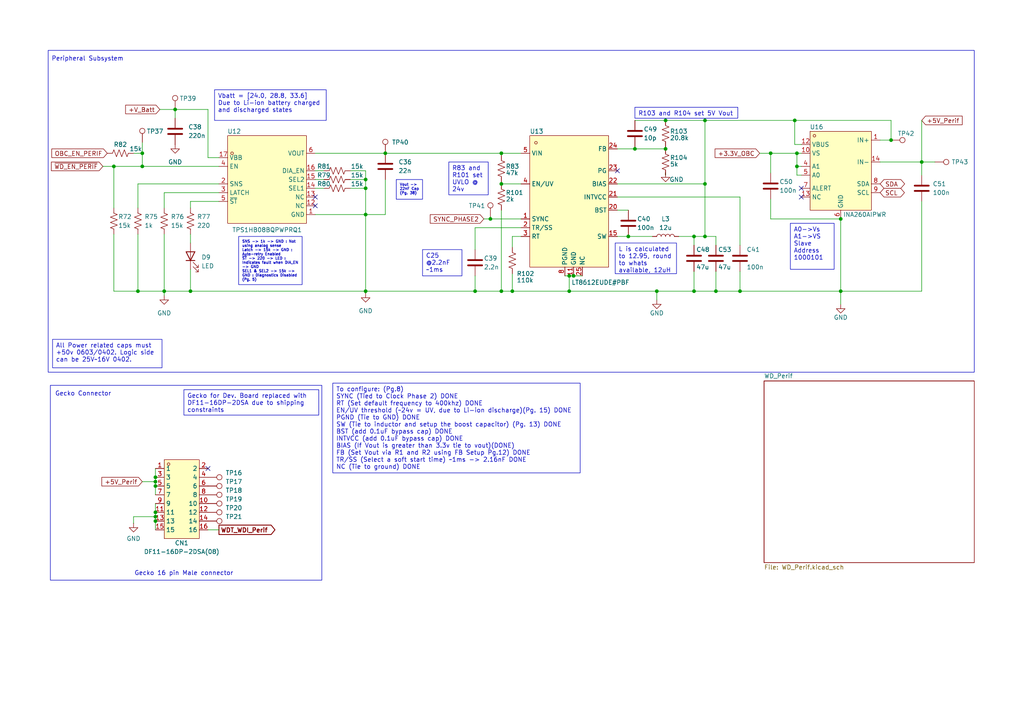
<source format=kicad_sch>
(kicad_sch (version 20250114) (generator "eeschema") (generator_version "9.0")
  (paper "A4")
  (lib_symbols
    (symbol "Connector:TestPoint" (pin_numbers (hide yes)) (pin_names (offset 0.762) (hide yes))
      (property "Reference" "TP" (at 0 6.858 0))
      (property "Value" "TestPoint" (at 0 5.08 0))
      (symbol "TestPoint_0_1"
        (circle (center 0 3.302) (radius 0.762))
      )
      (symbol "TestPoint_1_1"
        (pin passive line (at 0 0 90) (length 2.54) (name "1") (number "1"))
      )
    )
    (symbol "Device:C" (pin_numbers (hide yes)) (pin_names (offset 0.254))
      (property "Reference" "C" (at 0.635 2.54 0))
      (property "Value" "C" (at 0.635 -2.54 0))
      (symbol "C_0_1"
        (polyline (pts (xy -2.032 0.762) (xy 2.032 0.762)) (stroke (width 0.508)))
        (polyline (pts (xy -2.032 -0.762) (xy 2.032 -0.762)) (stroke (width 0.508)))
      )
      (symbol "C_1_1"
        (pin passive line (at 0 3.81 270) (length 2.794) (name "~") (number "1"))
        (pin passive line (at 0 -3.81 90) (length 2.794) (name "~") (number "2"))
      )
    )
    (symbol "Device:L" (pin_numbers (hide yes)) (pin_names (offset 1.016) (hide yes))
      (property "Reference" "L" (at -1.27 0 90))
      (property "Value" "L" (at 1.905 0 90))
      (symbol "L_0_1"
        (arc (start 0 2.54) (mid 0.6323 1.905) (end 0 1.27))
        (arc (start 0 1.27) (mid 0.6323 0.635) (end 0 0))
        (arc (start 0 0) (mid 0.6323 -0.635) (end 0 -1.27))
        (arc (start 0 -1.27) (mid 0.6323 -1.905) (end 0 -2.54))
      )
      (symbol "L_1_1"
        (pin passive line (at 0 3.81 270) (length 1.27) (name "1") (number "1"))
        (pin passive line (at 0 -3.81 90) (length 1.27) (name "2") (number "2"))
      )
    )
    (symbol "Device:LED" (pin_numbers (hide yes)) (pin_names (offset 1.016) (hide yes))
      (property "Reference" "D" (at 0 2.54 0))
      (property "Value" "LED" (at 0 -2.54 0))
      (symbol "LED_0_1"
        (polyline (pts (xy -3.048 -0.762) (xy -4.572 -2.286) (xy -3.81 -2.286) (xy -4.572 -2.286) (xy -4.572 -1.524)))
        (polyline (pts (xy -1.778 -0.762) (xy -3.302 -2.286) (xy -2.54 -2.286) (xy -3.302 -2.286) (xy -3.302 -1.524)))
        (polyline (pts (xy -1.27 0) (xy 1.27 0)))
        (polyline (pts (xy -1.27 -1.27) (xy -1.27 1.27)) (stroke (width 0.254)))
        (polyline (pts (xy 1.27 -1.27) (xy 1.27 1.27) (xy -1.27 0) (xy 1.27 -1.27)) (stroke (width 0.254)))
      )
      (symbol "LED_1_1"
        (pin passive line (at -3.81 0 0) (length 2.54) (name "K") (number "1"))
        (pin passive line (at 3.81 0 180) (length 2.54) (name "A") (number "2"))
      )
    )
    (symbol "Device:R_US" (pin_numbers (hide yes)) (pin_names (offset 0))
      (property "Reference" "R" (at 2.54 0 90))
      (property "Value" "R_US" (at -2.54 0 90))
      (symbol "R_US_0_1"
        (polyline (pts (xy 0 2.286) (xy 0 2.54)))
        (polyline (pts (xy 0 2.286) (xy 1.016 1.905) (xy 0 1.524) (xy -1.016 1.143) (xy 0 0.762)))
        (polyline (pts (xy 0 0.762) (xy 1.016 0.381) (xy 0 0) (xy -1.016 -0.381) (xy 0 -0.762)))
        (polyline (pts (xy 0 -0.762) (xy 1.016 -1.143) (xy 0 -1.524) (xy -1.016 -1.905) (xy 0 -2.286)))
        (polyline (pts (xy 0 -2.286) (xy 0 -2.54)))
      )
      (symbol "R_US_1_1"
        (pin passive line (at 0 3.81 270) (length 1.27) (name "~") (number "1"))
        (pin passive line (at 0 -3.81 90) (length 1.27) (name "~") (number "2"))
      )
    )
    (symbol "EPS:DF11-16DP-2DSA(08)"
      (property "Reference" "CN" (at 0 13.97 0))
      (property "Value" "DF11-16DP-2DSA(08)" (at 0 -13.97 0))
      (symbol "DF11-16DP-2DSA(08)_0_1"
        (rectangle (start -5.08 11.43) (end 5.08 -11.43) (fill (type background)))
        (circle (center -3.81 10.16) (radius 0.38))
        (pin unspecified line (at -7.62 8.89 0) (length 2.54) (name "1") (number "1"))
        (pin unspecified line (at -7.62 6.35 0) (length 2.54) (name "3") (number "3"))
        (pin unspecified line (at -7.62 3.81 0) (length 2.54) (name "5") (number "5"))
        (pin unspecified line (at -7.62 1.27 0) (length 2.54) (name "7") (number "7"))
        (pin unspecified line (at -7.62 -1.27 0) (length 2.54) (name "9") (number "9"))
        (pin unspecified line (at -7.62 -3.81 0) (length 2.54) (name "11") (number "11"))
        (pin unspecified line (at -7.62 -6.35 0) (length 2.54) (name "13") (number "13"))
        (pin unspecified line (at -7.62 -8.89 0) (length 2.54) (name "15") (number "15"))
        (pin unspecified line (at 7.62 8.89 180) (length 2.54) (name "2") (number "2"))
        (pin unspecified line (at 7.62 6.35 180) (length 2.54) (name "4") (number "4"))
        (pin unspecified line (at 7.62 3.81 180) (length 2.54) (name "6") (number "6"))
        (pin unspecified line (at 7.62 1.27 180) (length 2.54) (name "8") (number "8"))
        (pin unspecified line (at 7.62 -1.27 180) (length 2.54) (name "10") (number "10"))
        (pin unspecified line (at 7.62 -3.81 180) (length 2.54) (name "12") (number "12"))
        (pin unspecified line (at 7.62 -6.35 180) (length 2.54) (name "14") (number "14"))
        (pin unspecified line (at 7.62 -8.89 180) (length 2.54) (name "16") (number "16"))
      )
    )
    (symbol "EPS:INA260AIPWR"
      (property "Reference" "U" (at 0 13.97 0))
      (property "Value" "INA260AIPWR" (at 8.128 -12.954 0))
      (symbol "INA260AIPWR_0_1"
        (rectangle (start -8.89 11.43) (end 8.89 -11.43) (fill (type background)))
        (circle (center -7.62 10.16) (radius 0.38))
      )
      (symbol "INA260AIPWR_1_1"
        (pin passive line (at -11.43 7.62 0) (length 2.54) (name "VBUS") (number "12"))
        (pin passive line (at -11.43 5.08 0) (length 2.54) (name "VS") (number "10"))
        (pin passive line (at -11.43 1.27 0) (length 2.54) (name "A1") (number "4"))
        (pin passive line (at -11.43 -1.27 0) (length 2.54) (name "A0") (number "5"))
        (pin passive line (at -11.43 -5.08 0) (length 2.54) (name "ALERT") (number "7"))
        (pin passive line (at -11.43 -7.62 0) (length 2.54) (name "NC") (number "13"))
        (pin passive line (at 0 -13.97 90) (length 2.54) (name "GND") (number "6"))
        (pin passive line (at 11.43 8.89 180) (length 2.54) (name "IN+") (number "1"))
        (pin passive line (at 11.43 2.54 180) (length 2.54) (name "IN-") (number "14"))
        (pin passive line (at 11.43 -3.81 180) (length 2.54) (name "SDA") (number "8"))
        (pin passive line (at 11.43 -6.35 180) (length 2.54) (name "SCL") (number "9"))
      )
    )
    (symbol "EPS:LT8612EUDE#PBF"
      (property "Reference" "U" (at -1.27 24.13 0))
      (property "Value" "LT8612EUDE#PBF" (at 0 -29.21 0))
      (symbol "LT8612EUDE#PBF_0_1"
        (rectangle (start -11.43 16.51) (end 11.43 -21.59) (fill (type background)))
        (circle (center -9.652 14.478) (radius 0.38))
      )
      (symbol "LT8612EUDE#PBF_1_1"
        (pin passive line (at -13.97 11.43 0) (length 2.54) (name "VIN") (number "5"))
        (pin passive line (at -13.97 2.54 0) (length 2.54) (name "EN/UV") (number "4"))
        (pin passive line (at -13.97 -7.62 0) (length 2.54) (name "SYNC") (number "1"))
        (pin passive line (at -13.97 -10.16 0) (length 2.54) (name "TR/SS") (number "2"))
        (pin passive line (at -13.97 -12.7 0) (length 2.54) (name "RT") (number "3"))
        (pin passive line (at -1.27 -24.13 90) (length 2.54) (name "PGND") (number "8"))
        (pin passive line (at 1.27 -24.13 90) (length 2.54) (name "GND") (number "11"))
        (pin passive line (at 3.81 -24.13 90) (length 2.54) (name "NC") (number "25"))
        (pin passive line (at 13.97 12.7 180) (length 2.54) (name "FB") (number "24"))
        (pin passive line (at 13.97 6.35 180) (length 2.54) (name "PG") (number "23"))
        (pin passive line (at 13.97 2.54 180) (length 2.54) (name "BIAS") (number "22"))
        (pin passive line (at 13.97 -1.27 180) (length 2.54) (name "INTVCC") (number "21"))
        (pin passive line (at 13.97 -5.08 180) (length 2.54) (name "BST") (number "20"))
        (pin passive line (at 13.97 -12.7 180) (length 2.54) (name "SW") (number "15"))
      )
    )
    (symbol "EPS:TPS1HB08BQPWPRQ1"
      (property "Reference" "U" (at 0 15.24 0))
      (property "Value" "TPS1HB08BQPWPRQ1" (at 0 -15.24 0))
      (symbol "TPS1HB08BQPWPRQ1_0_1"
        (rectangle (start -11.43 12.7) (end 11.43 -12.7) (fill (type background)))
        (circle (center -10.16 7.62) (radius 0.38))
      )
      (symbol "TPS1HB08BQPWPRQ1_1_1"
        (pin passive line (at -13.97 6.35 0) (length 2.54) (name "VBB") (number "17"))
        (pin passive line (at -13.97 3.81 0) (length 2.54) (name "EN") (number "4"))
        (pin passive line (at -13.97 -1.27 0) (length 2.54) (name "SNS") (number "2"))
        (pin passive line (at -13.97 -3.81 0) (length 2.54) (name "LATCH") (number "3"))
        (pin passive line (at -13.97 -6.35 0) (length 2.54) (name "~{ST}") (number "5"))
        (pin passive line (at 13.97 7.62 180) (length 2.54) (name "VOUT") (number "6"))
        (pin passive line (at 13.97 2.54 180) (length 2.54) (name "DIA_EN") (number "16"))
        (pin passive line (at 13.97 0 180) (length 2.54) (name "SEL2") (number "15"))
        (pin passive line (at 13.97 -2.54 180) (length 2.54) (name "SEL1") (number "14"))
        (pin passive line (at 13.97 -5.08 180) (length 2.54) (name "NC") (number "13"))
        (pin passive line (at 13.97 -7.62 180) (length 2.54) (name "NC") (number "12"))
        (pin passive line (at 13.97 -10.16 180) (length 2.54) (name "GND") (number "1"))
      )
    )
    (symbol "power:GND" (power) (pin_numbers (hide yes)) (pin_names (offset 0) (hide yes))
      (property "Value" "GND" (at 0 -3.81 0))
      (symbol "GND_0_1"
        (polyline (pts (xy 0 0) (xy 0 -1.27) (xy 1.27 -1.27) (xy 0 -2.54) (xy -1.27 -1.27) (xy 0 -1.27)))
      )
      (symbol "GND_1_1"
        (pin power_in line (at 0 0 270) (length 0) (name "~") (number "1"))
      )
    )
  )
  (rectangle (start 14.605 111.76) (end 93.345 168.275))
  (rectangle (start 13.97 14.605) (end 282.575 107.95))
  (text "Gecko 16 pin Male connector" (at 53.34 166.37 0) (effects (font (size 1.27 1.27))))
  (text "Peripheral Subsystem" (at 25.4 17.145 0) (effects (font (size 1.27 1.27))))
  (text "Gecko Connector" (at 24.13 114.3 0) (effects (font (size 1.27 1.27))))
  (text_box "A0->Vs\nA1->VS\nSlave Address\n1000101" (at 229.235 64.77 0) (size 12.7 13.335) (margins 0.9525 0.9525 0.9525 0.9525) (effects (font (size 1.27 1.27)) (justify left top)))
  (text_box "R103 and R104 set 5V Vout" (at 184.15 31.115 0) (size 29.845 3.175) (margins 0.9525 0.9525 0.9525 0.9525) (effects (font (size 1.27 1.27)) (justify left top)))
  (text_box "L is calculated to 12.95, round to whats available, 12uH" (at 178.435 70.485 0) (size 17.78 8.89) (margins 0.9525 0.9525 0.9525 0.9525) (effects (font (size 1.27 1.27)) (justify left top)))
  (text_box "Vbatt = [24.0, 28.8, 33.6] Due to Li-ion battery charged and discharged states" (at 62.23 26.035 0) (size 32.385 8.89) (margins 0.9525 0.9525 0.9525 0.9525) (effects (font (size 1.27 1.27)) (justify left top)))
  (text_box "To configure: (Pg.8)\nSYNC (Tied to Clock Phase 2) DONE\nRT (Set default frequency to 400khz) DONE\nEN/UV threshold (~24v = UV, due to Li-ion discharge)(Pg. 15) DONE\nPGND (Tie to GND) DONE\nSW (Tie to inductor and setup the boost capacitor) (Pg. 13) DONE\nBST (add 0.1uF bypass cap) DONE\nINTVCC (add 0.1uF bypass cap) DONE\nBIAS (If Vout is greater than 3.3v tie to vout)(DONE)\nFB (Set Vout via R1 and R2 using FB Setup Pg.12) DONE\nTR/SS (Select a soft start time) ~1ms -> 2.16nF DONE\nNC (Tie to ground) DONE" (at 96.52 111.125 0) (size 71.755 26.035) (margins 0.9525 0.9525 0.9525 0.9525) (effects (font (size 1.27 1.27)) (justify left top)))
  (text_box "C25 @2.2nF ~1ms" (at 122.555 72.39 0) (size 11.43 7.62) (margins 0.9525 0.9525 0.9525 0.9525) (effects (font (size 1.27 1.27)) (justify left top)))
  (text_box "R83 and R101 set UVLO @ 24v" (at 130.175 46.99 0) (size 11.43 9.525) (margins 0.9525 0.9525 0.9525 0.9525) (effects (font (size 1.27 1.27)) (justify left top)))
  (text_box "Vout -> 22nF Cap\n(Pg. 38)" (at 114.935 52.07 0) (size 7.62 5.715) (margins 0.9525 0.9525 0.9525 0.9525) (effects (font (size 0.762 0.762)) (justify left top)))
  (text_box "SNS -> 1k -> GND : Not using analog sense\nLatch -> 15k -> GND : Auto-retry Enabled\n~{ST} -> 220 -> LED : Indicates fault when DIA_EN -> GND\nSEL1 & SEL2 -> 15k -> GND : Diagnostics Disabled\n(Pg. 5)" (at 69.215 68.58 0) (size 18.415 13.97) (margins 0.9525 0.9525 0.9525 0.9525) (effects (font (size 0.762 0.762)) (justify left top)))
  (text_box "Gecko for Dev. Board replaced with DF11-16DP-2DSA due to shipping constraints" (at 53.34 113.03 0) (size 39.116 7.366) (margins 0.9525 0.9525 0.9525 0.9525) (effects (font (size 1.27 1.27)) (justify left top)))
  (text_box "All Power related caps must +50v 0603/0402. Logic side can be 25V~16V 0402." (at 15.24 98.425 0) (size 31.75 8.255) (margins 0.9525 0.9525 0.9525 0.9525) (effects (font (size 1.27 1.27)) (justify left top)))
  (junction (at 258.445 40.64))
  (junction (at 106.045 84.455))
  (junction (at 137.795 84.455))
  (junction (at 106.045 62.23))
  (junction (at 243.84 84.455))
  (junction (at 50.8 31.75))
  (junction (at 214.63 84.455))
  (junction (at 182.245 68.58))
  (junction (at 45.085 151.13))
  (junction (at 145.415 44.45))
  (junction (at 45.085 138.43))
  (junction (at 190.5 84.455))
  (junction (at 55.245 84.455))
  (junction (at 45.085 140.97))
  (junction (at 204.47 53.34))
  (junction (at 207.645 84.455))
  (junction (at 148.59 84.455))
  (junction (at 230.505 34.925))
  (junction (at 243.84 63.5))
  (junction (at 45.085 148.59))
  (junction (at 40.005 84.455))
  (junction (at 165.1 84.455))
  (junction (at 111.76 44.45))
  (junction (at 204.47 68.58))
  (junction (at 267.335 46.99))
  (junction (at 45.085 149.86))
  (junction (at 41.275 48.26))
  (junction (at 193.04 43.18))
  (junction (at 145.415 53.34))
  (junction (at 106.045 54.61))
  (junction (at 201.295 84.455))
  (junction (at 165.1 80.01))
  (junction (at 166.37 80.01))
  (junction (at 41.275 44.45))
  (junction (at 231.14 48.26))
  (junction (at 142.24 63.5))
  (junction (at 45.085 139.7))
  (junction (at 33.02 48.26))
  (junction (at 184.15 43.18))
  (junction (at 201.295 68.58))
  (junction (at 145.415 84.455))
  (junction (at 193.04 34.925))
  (junction (at 204.47 34.925))
  (junction (at 47.625 84.455))
  (junction (at 223.52 44.45))
  (junction (at 231.14 44.45))
  (junction (at 106.045 52.07))
  (no_connect (at 60.325 135.89))
  (no_connect (at 232.41 54.61))
  (no_connect (at 232.41 57.15))
  (no_connect (at 179.07 49.53))
  (no_connect (at 91.44 59.69))
  (no_connect (at 91.44 57.15))
  (wire (pts (xy 60.325 31.75) (xy 60.325 45.72)))
  (wire (pts (xy 38.735 149.86) (xy 45.085 149.86)))
  (wire (pts (xy 41.275 44.45) (xy 41.275 48.26)))
  (wire (pts (xy 111.76 44.45) (xy 145.415 44.45)))
  (wire (pts (xy 184.15 34.925) (xy 193.04 34.925)))
  (wire (pts (xy 201.295 68.58) (xy 201.295 71.12)))
  (wire (pts (xy 40.005 53.34) (xy 40.005 60.325)))
  (wire (pts (xy 230.505 34.925) (xy 258.445 34.925)))
  (wire (pts (xy 163.83 80.01) (xy 165.1 80.01)))
  (wire (pts (xy 47.625 84.455) (xy 55.245 84.455)))
  (wire (pts (xy 29.845 48.26) (xy 33.02 48.26)))
  (wire (pts (xy 201.295 84.455) (xy 201.295 78.74)))
  (wire (pts (xy 101.6 49.53) (xy 106.045 49.53)))
  (wire (pts (xy 165.1 80.01) (xy 166.37 80.01)))
  (wire (pts (xy 45.085 148.59) (xy 45.085 149.86)))
  (wire (pts (xy 106.045 62.23) (xy 106.045 84.455)))
  (wire (pts (xy 255.27 46.99) (xy 267.335 46.99)))
  (wire (pts (xy 33.02 84.455) (xy 40.005 84.455)))
  (wire (pts (xy 231.14 48.26) (xy 232.41 48.26)))
  (wire (pts (xy 207.645 78.74) (xy 207.645 84.455)))
  (wire (pts (xy 106.045 54.61) (xy 106.045 62.23)))
  (wire (pts (xy 231.14 50.8) (xy 232.41 50.8)))
  (wire (pts (xy 190.5 84.455) (xy 201.295 84.455)))
  (wire (pts (xy 91.44 62.23) (xy 106.045 62.23)))
  (wire (pts (xy 231.14 48.26) (xy 231.14 50.8)))
  (wire (pts (xy 91.44 44.45) (xy 111.76 44.45)))
  (wire (pts (xy 137.795 84.455) (xy 137.795 80.01)))
  (wire (pts (xy 55.245 58.42) (xy 55.245 60.325)))
  (wire (pts (xy 93.98 52.07) (xy 91.44 52.07)))
  (wire (pts (xy 142.24 63.5) (xy 151.13 63.5)))
  (wire (pts (xy 101.6 52.07) (xy 106.045 52.07)))
  (wire (pts (xy 140.335 63.5) (xy 142.24 63.5)))
  (wire (pts (xy 165.1 80.01) (xy 165.1 84.455)))
  (wire (pts (xy 63.5 58.42) (xy 55.245 58.42)))
  (wire (pts (xy 55.245 67.945) (xy 55.245 70.485)))
  (wire (pts (xy 106.045 85.09) (xy 106.045 84.455)))
  (wire (pts (xy 196.85 68.58) (xy 201.295 68.58)))
  (wire (pts (xy 230.505 34.925) (xy 230.505 41.91)))
  (wire (pts (xy 179.07 68.58) (xy 182.245 68.58)))
  (wire (pts (xy 145.415 44.45) (xy 151.13 44.45)))
  (wire (pts (xy 207.645 68.58) (xy 207.645 71.12)))
  (wire (pts (xy 33.02 48.26) (xy 41.275 48.26)))
  (wire (pts (xy 223.52 57.785) (xy 223.52 63.5)))
  (wire (pts (xy 93.98 54.61) (xy 91.44 54.61)))
  (wire (pts (xy 47.625 67.945) (xy 47.625 84.455)))
  (wire (pts (xy 190.5 84.455) (xy 190.5 86.995)))
  (wire (pts (xy 220.345 44.45) (xy 223.52 44.45)))
  (wire (pts (xy 93.98 49.53) (xy 91.44 49.53)))
  (wire (pts (xy 142.24 62.865) (xy 142.24 63.5)))
  (wire (pts (xy 193.04 50.165) (xy 193.04 50.8)))
  (wire (pts (xy 106.045 49.53) (xy 106.045 52.07)))
  (wire (pts (xy 145.415 44.45) (xy 145.415 45.085)))
  (wire (pts (xy 60.325 153.67) (xy 63.5 153.67)))
  (wire (pts (xy 204.47 53.34) (xy 204.47 68.58)))
  (wire (pts (xy 214.63 84.455) (xy 243.84 84.455)))
  (wire (pts (xy 201.295 68.58) (xy 204.47 68.58)))
  (wire (pts (xy 137.795 84.455) (xy 145.415 84.455)))
  (wire (pts (xy 145.415 53.34) (xy 151.13 53.34)))
  (wire (pts (xy 223.52 63.5) (xy 243.84 63.5)))
  (wire (pts (xy 33.02 67.945) (xy 33.02 84.455)))
  (wire (pts (xy 145.415 52.705) (xy 145.415 53.34)))
  (wire (pts (xy 184.15 43.18) (xy 179.07 43.18)))
  (wire (pts (xy 111.76 52.07) (xy 111.76 62.23)))
  (wire (pts (xy 148.59 71.755) (xy 148.59 68.58)))
  (wire (pts (xy 193.04 42.545) (xy 193.04 43.18)))
  (wire (pts (xy 47.625 55.88) (xy 63.5 55.88)))
  (wire (pts (xy 166.37 80.01) (xy 168.91 80.01)))
  (wire (pts (xy 179.07 60.96) (xy 182.245 60.96)))
  (wire (pts (xy 179.07 57.15) (xy 214.63 57.15)))
  (wire (pts (xy 46.355 31.75) (xy 50.8 31.75)))
  (wire (pts (xy 204.47 34.925) (xy 204.47 53.34)))
  (wire (pts (xy 243.84 63.5) (xy 243.84 84.455)))
  (wire (pts (xy 101.6 54.61) (xy 106.045 54.61)))
  (wire (pts (xy 106.045 84.455) (xy 137.795 84.455)))
  (wire (pts (xy 45.085 149.86) (xy 45.085 151.13)))
  (wire (pts (xy 137.795 72.39) (xy 137.795 66.04)))
  (wire (pts (xy 267.335 84.455) (xy 267.335 58.42)))
  (wire (pts (xy 41.275 139.7) (xy 45.085 139.7)))
  (wire (pts (xy 47.625 55.88) (xy 47.625 60.325)))
  (wire (pts (xy 55.245 78.105) (xy 55.245 84.455)))
  (wire (pts (xy 165.1 84.455) (xy 190.5 84.455)))
  (wire (pts (xy 230.505 41.91) (xy 232.41 41.91)))
  (wire (pts (xy 63.5 48.26) (xy 41.275 48.26)))
  (wire (pts (xy 145.415 84.455) (xy 148.59 84.455)))
  (wire (pts (xy 243.84 84.455) (xy 243.84 88.265)))
  (wire (pts (xy 45.085 146.05) (xy 45.085 148.59)))
  (wire (pts (xy 204.47 34.925) (xy 230.505 34.925)))
  (wire (pts (xy 38.735 44.45) (xy 41.275 44.45)))
  (wire (pts (xy 231.14 44.45) (xy 232.41 44.45)))
  (wire (pts (xy 184.15 42.545) (xy 184.15 43.18)))
  (wire (pts (xy 40.005 84.455) (xy 47.625 84.455)))
  (wire (pts (xy 47.625 84.455) (xy 47.625 85.725)))
  (wire (pts (xy 193.04 34.925) (xy 204.47 34.925)))
  (wire (pts (xy 106.045 52.07) (xy 106.045 54.61)))
  (wire (pts (xy 45.085 138.43) (xy 45.085 139.7)))
  (wire (pts (xy 40.005 53.34) (xy 63.5 53.34)))
  (wire (pts (xy 111.76 62.23) (xy 106.045 62.23)))
  (wire (pts (xy 148.59 68.58) (xy 151.13 68.58)))
  (wire (pts (xy 179.07 53.34) (xy 204.47 53.34)))
  (wire (pts (xy 182.245 68.58) (xy 189.23 68.58)))
  (wire (pts (xy 50.8 31.75) (xy 60.325 31.75)))
  (wire (pts (xy 258.445 34.925) (xy 258.445 40.64)))
  (wire (pts (xy 45.085 139.7) (xy 45.085 140.97)))
  (wire (pts (xy 184.15 43.18) (xy 193.04 43.18)))
  (wire (pts (xy 223.52 50.165) (xy 223.52 44.45)))
  (wire (pts (xy 60.325 45.72) (xy 63.5 45.72)))
  (wire (pts (xy 137.795 66.04) (xy 151.13 66.04)))
  (wire (pts (xy 40.005 67.945) (xy 40.005 84.455)))
  (wire (pts (xy 45.085 151.13) (xy 45.085 153.67)))
  (wire (pts (xy 55.245 84.455) (xy 106.045 84.455)))
  (wire (pts (xy 207.645 84.455) (xy 214.63 84.455)))
  (wire (pts (xy 145.415 60.96) (xy 145.415 84.455)))
  (wire (pts (xy 38.735 151.765) (xy 38.735 149.86)))
  (wire (pts (xy 45.085 140.97) (xy 45.085 143.51)))
  (wire (pts (xy 267.335 46.99) (xy 267.335 50.8)))
  (wire (pts (xy 50.8 31.75) (xy 50.8 34.29)))
  (wire (pts (xy 267.335 46.99) (xy 271.145 46.99)))
  (wire (pts (xy 231.14 44.45) (xy 231.14 48.26)))
  (wire (pts (xy 41.275 41.275) (xy 41.275 44.45)))
  (wire (pts (xy 45.085 135.89) (xy 45.085 138.43)))
  (wire (pts (xy 204.47 68.58) (xy 207.645 68.58)))
  (wire (pts (xy 201.295 84.455) (xy 207.645 84.455)))
  (wire (pts (xy 148.59 79.375) (xy 148.59 84.455)))
  (wire (pts (xy 33.02 60.325) (xy 33.02 48.26)))
  (wire (pts (xy 267.335 34.925) (xy 267.335 46.99)))
  (wire (pts (xy 223.52 44.45) (xy 231.14 44.45)))
  (wire (pts (xy 214.63 84.455) (xy 214.63 78.74)))
  (wire (pts (xy 258.445 40.64) (xy 255.27 40.64)))
  (wire (pts (xy 243.84 84.455) (xy 267.335 84.455)))
  (wire (pts (xy 214.63 57.15) (xy 214.63 71.12)))
  (wire (pts (xy 165.1 84.455) (xy 148.59 84.455)))
  (global_label "WDT_WDI_Perif" (shape output) (at 63.5 153.67 0) (effects (font (thickness 0.254) (bold yes))) (property "Intersheetrefs" "${INTERSHEET_REFS}" (effects (hide yes))))
  (global_label "+3.3V_OBC" (shape input) (at 220.345 44.45 180) (property "Intersheetrefs" "${INTERSHEET_REFS}" (effects (hide yes))))
  (global_label "+5V_Perif" (shape input) (at 267.335 34.925 0) (property "Intersheetrefs" "${INTERSHEET_REFS}" (effects (hide yes))))
  (global_label "SCL" (shape bidirectional) (at 255.27 55.88 0) (property "Intersheetrefs" "${INTERSHEET_REFS}" (effects (hide yes))))
  (global_label "~{WD_EN_PERIF}" (shape input) (at 29.845 48.26 180) (property "Intersheetrefs" "${INTERSHEET_REFS}" (effects (hide yes))))
  (global_label "SYNC_PHASE2" (shape input) (at 140.335 63.5 180) (property "Intersheetrefs" "${INTERSHEET_REFS}" (effects (hide yes))))
  (global_label "OBC_EN_PERIF" (shape input) (at 31.115 44.45 180) (property "Intersheetrefs" "${INTERSHEET_REFS}" (effects (hide yes))))
  (global_label "SDA" (shape bidirectional) (at 255.27 53.34 0) (property "Intersheetrefs" "${INTERSHEET_REFS}" (effects (hide yes))))
  (global_label "+V_Batt" (shape input) (at 46.355 31.75 180) (property "Intersheetrefs" "${INTERSHEET_REFS}" (effects (hide yes))))
  (global_label "+5V_Perif" (shape input) (at 41.275 139.7 180) (property "Intersheetrefs" "${INTERSHEET_REFS}" (effects (hide yes))))
  (symbol (lib_id "Device:C") (at 214.63 74.93 0) (unit 1)
    (property "Reference" "C41" (at 216.535 72.39 0) (effects (justify left)))
    (property "Value" "100n" (at 216.535 77.47 0) (effects (justify left)))
    (property "Footprint" "EPS:C0402" (effects (hide yes)))
    (property "Description" "Unpolarized capacitor" (effects (hide yes)))
  )
  (symbol (lib_id "Connector:TestPoint") (at 271.145 46.99 270) (unit 1)
    (property "Reference" "TP43" (at 275.971 46.99 90) (effects (justify left)))
    (property "Value" "TestPoint" (effects (hide yes)))
    (property "Footprint" "TestPoint:TestPoint_Pad_1.0x1.0mm" (effects (hide yes)))
    (property "Description" "test point" (effects (hide yes)))
  )
  (symbol (lib_id "Device:C") (at 201.295 74.93 0) (unit 1)
    (property "Reference" "C48" (at 201.93 72.39 0) (effects (justify left)))
    (property "Value" "47u" (at 201.93 77.47 0) (effects (justify left)))
    (property "Footprint" "EPS:CAP-SMD_L7.3-W4.3-FD" (effects (hide yes)))
    (property "Description" "Unpolarized capacitor" (effects (hide yes)))
  )
  (symbol (lib_id "Device:R_US") (at 145.415 57.15 0) (unit 1)
    (property "Reference" "R101" (at 146.685 55.88 0) (effects (justify left)))
    (property "Value" "2k" (at 146.685 57.785 0) (effects (justify left)))
    (property "Footprint" "EPS:R0402" (effects (hide yes)))
    (property "Description" "Resistor, US symbol" (effects (hide yes)))
  )
  (symbol (lib_id "Device:R_US") (at 97.79 54.61 90) (unit 1)
    (property "Reference" "R80" (at 95.885 53.34 90) (effects (justify left)))
    (property "Value" "15k" (at 105.41 53.34 90) (effects (justify left)))
    (property "Footprint" "EPS:R0402" (effects (hide yes)))
    (property "Description" "Resistor, US symbol" (effects (hide yes)))
  )
  (symbol (lib_id "Device:C") (at 267.335 54.61 0) (unit 1)
    (property "Reference" "C51" (at 270.51 53.3399 0) (effects (justify left)))
    (property "Value" "100n" (at 270.51 55.8799 0) (effects (justify left)))
    (property "Footprint" "EPS:C0402" (effects (hide yes)))
    (property "Description" "Unpolarized capacitor" (effects (hide yes)))
  )
  (symbol (lib_id "power:GND") (at 106.045 85.09 0) (unit 1)
    (property "Reference" "#PWR061" (effects (hide yes)))
    (property "Value" "GND" (at 106.045 90.17 0))
    (property "Description" "Power symbol creates a global label with name \"GND\" , ground" (effects (hide yes)))
  )
  (symbol (lib_id "power:GND") (at 243.84 88.265 0) (unit 1)
    (property "Reference" "#PWR064" (effects (hide yes)))
    (property "Value" "GND" (at 243.84 92.075 0))
    (property "Description" "Power symbol creates a global label with name \"GND\" , ground" (effects (hide yes)))
  )
  (symbol (lib_id "Device:C") (at 50.8 38.1 0) (unit 1)
    (property "Reference" "C38" (at 54.61 36.8299 0) (effects (justify left)))
    (property "Value" "220n" (at 54.61 39.3699 0) (effects (justify left)))
    (property "Footprint" "EPS:C0402" (effects (hide yes)))
    (property "Description" "Unpolarized capacitor" (effects (hide yes)))
  )
  (symbol (lib_id "Device:C") (at 184.15 38.735 0) (unit 1)
    (property "Reference" "C49" (at 186.69 37.465 0) (effects (justify left)))
    (property "Value" "10p" (at 186.69 40.005 0) (effects (justify left)))
    (property "Footprint" "EPS:C0402" (effects (hide yes)))
    (property "Description" "Unpolarized capacitor" (effects (hide yes)))
  )
  (symbol (lib_id "Connector:TestPoint") (at 50.8 31.75 0) (unit 1)
    (property "Reference" "TP39" (at 52.07 28.575 0) (effects (justify left)))
    (property "Value" "TestPoint" (effects (hide yes)))
    (property "Footprint" "TestPoint:TestPoint_Pad_1.0x1.0mm" (effects (hide yes)))
    (property "Description" "test point" (effects (hide yes)))
  )
  (symbol (lib_id "Device:C") (at 137.795 76.2 0) (unit 1)
    (property "Reference" "C39" (at 140.335 74.93 0) (effects (justify left)))
    (property "Value" "2.2n" (at 140.335 77.47 0) (effects (justify left)))
    (property "Footprint" "EPS:C0402" (effects (hide yes)))
    (property "Description" "Unpolarized capacitor" (effects (hide yes)))
  )
  (symbol (lib_id "Connector:TestPoint") (at 41.275 41.275 0) (unit 1)
    (property "Reference" "TP37" (at 42.545 38.1 0) (effects (justify left)))
    (property "Value" "TestPoint" (effects (hide yes)))
    (property "Footprint" "TestPoint:TestPoint_Pad_1.0x1.0mm" (effects (hide yes)))
    (property "Description" "test point" (effects (hide yes)))
  )
  (symbol (lib_id "EPS:LT8612EUDE#PBF") (at 165.1 55.88 0) (unit 1)
    (property "Reference" "U13" (at 153.67 38.1 0) (effects (justify left)))
    (property "Value" "LT8612EUDE#PBF" (at 165.735 81.915 0) (effects (justify left)))
    (property "Footprint" "EPS:QFN-28_L6.0-W3.0-P0.50-BL-EP" (effects (hide yes)))
    (property "Datasheet" "https://jlcpcb.com/api/file/downloadByFileSystemAccessId/8589836477510287360" (effects (hide yes)))
    (property "Description" "42V, 6A, Step Down Regulator" (effects (hide yes)))
    (property "LCSC Part" "C580312" (effects (hide yes)))
  )
  (symbol (lib_id "Connector:TestPoint") (at 258.445 40.64 270) (unit 1)
    (property "Reference" "TP42" (at 260.35 38.735 90) (effects (justify left)))
    (property "Value" "TestPoint" (effects (hide yes)))
    (property "Footprint" "TestPoint:TestPoint_Pad_1.0x1.0mm" (effects (hide yes)))
    (property "Description" "test point" (effects (hide yes)))
  )
  (symbol (lib_id "Connector:TestPoint") (at 60.325 143.51 270) (unit 1)
    (property "Reference" "TP18" (at 65.405 142.2399 90) (effects (justify left)))
    (property "Value" "TestPoint" (effects (hide yes)))
    (property "Footprint" "TestPoint:TestPoint_Pad_1.0x1.0mm" (effects (hide yes)))
    (property "Description" "test point" (effects (hide yes)))
  )
  (symbol (lib_id "Device:R_US") (at 33.02 64.135 0) (unit 1)
    (property "Reference" "R72" (at 34.29 62.865 0) (effects (justify left)))
    (property "Value" "15k" (at 34.29 65.405 0) (effects (justify left)))
    (property "Footprint" "EPS:R0402" (effects (hide yes)))
    (property "Description" "Resistor, US symbol" (effects (hide yes)))
  )
  (symbol (lib_id "power:GND") (at 50.8 41.91 0) (unit 1)
    (property "Reference" "#PWR059" (effects (hide yes)))
    (property "Value" "GND" (at 50.8 46.99 0))
    (property "Description" "Power symbol creates a global label with name \"GND\" , ground" (effects (hide yes)))
  )
  (symbol (lib_id "Device:R_US") (at 193.04 38.735 0) (unit 1)
    (property "Reference" "R103" (at 194.31 38.1 0) (effects (justify left)))
    (property "Value" "20.8k" (at 194.31 40.005 0) (effects (justify left)))
    (property "Footprint" "EPS:R0402" (effects (hide yes)))
    (property "Description" "Resistor, US symbol" (effects (hide yes)))
  )
  (symbol (lib_id "Device:R_US") (at 193.04 46.99 0) (unit 1)
    (property "Reference" "R104" (at 194.31 45.72 0) (effects (justify left)))
    (property "Value" "5k" (at 194.31 47.625 0) (effects (justify left)))
    (property "Footprint" "EPS:R0402" (effects (hide yes)))
    (property "Description" "Resistor, US symbol" (effects (hide yes)))
  )
  (symbol (lib_id "Device:C") (at 111.76 48.26 0) (unit 1)
    (property "Reference" "C36" (at 115.57 46.9899 0) (effects (justify left)))
    (property "Value" "22n" (at 115.57 49.5299 0) (effects (justify left)))
    (property "Footprint" "EPS:C0402" (effects (hide yes)))
    (property "Description" "Unpolarized capacitor" (effects (hide yes)))
  )
  (symbol (lib_id "Device:LED") (at 55.245 74.295 90) (unit 1)
    (property "Reference" "D9" (at 58.42 74.6124 90) (effects (justify right)))
    (property "Value" "LED" (at 58.42 77.1524 90) (effects (justify right)))
    (property "Footprint" "EPS:LED0603-RD_RED" (effects (hide yes)))
    (property "Description" "Light emitting diode" (effects (hide yes)))
    (property "Sim.Pins" "1=K 2=A" (effects (hide yes)))
  )
  (symbol (lib_id "EPS:TPS1HB08BQPWPRQ1") (at 77.47 52.07 0) (unit 1)
    (property "Reference" "U12" (at 67.945 38.1 0))
    (property "Value" "TPS1HB08BQPWPRQ1" (at 77.47 66.675 0))
    (property "Footprint" "EPS:HTSSOP-16_L5.0-W4.4-P0.65-LS6.4-TL-EP2.9" (effects (hide yes)))
    (property "Datasheet" "https://www.ti.com/lit/ds/symlink/tps1ha08-q1.pdf?ts=1748448912035&ref_url=https%253A%252F%252Fwww.ti.com%252Fproduct%252FTPS1HA08-Q1" (effects (hide yes)))
    (property "Description" "40-V, 8-mΩ Single-Channel Smart High-Side Switch" (effects (hide yes)))
    (property "LCSC Part" "C3230075" (effects (hide yes)))
  )
  (symbol (lib_id "Device:R_US") (at 40.005 64.135 0) (unit 1)
    (property "Reference" "R75" (at 41.91 62.8649 0) (effects (justify left)))
    (property "Value" "1k" (at 41.91 65.4049 0) (effects (justify left)))
    (property "Footprint" "EPS:R0402" (effects (hide yes)))
    (property "Description" "Resistor, US symbol" (effects (hide yes)))
  )
  (symbol (lib_id "Device:C") (at 207.645 74.93 0) (unit 1)
    (property "Reference" "C53" (at 208.28 72.39 0) (effects (justify left)))
    (property "Value" "47u" (at 208.28 77.47 0) (effects (justify left)))
    (property "Footprint" "EPS:CAP-SMD_L7.3-W4.3-FD" (effects (hide yes)))
    (property "Description" "Unpolarized capacitor" (effects (hide yes)))
  )
  (symbol (lib_id "Connector:TestPoint") (at 111.76 44.45 0) (unit 1)
    (property "Reference" "TP40" (at 113.665 41.275 0) (effects (justify left)))
    (property "Value" "TestPoint" (effects (hide yes)))
    (property "Footprint" "TestPoint:TestPoint_Pad_1.0x1.0mm" (effects (hide yes)))
    (property "Description" "test point" (effects (hide yes)))
  )
  (symbol (lib_id "Device:R_US") (at 34.925 44.45 90) (unit 1)
    (property "Reference" "R82" (at 34.925 41.91 90))
    (property "Value" "15k" (at 39.37 43.18 90))
    (property "Footprint" "EPS:R0402" (effects (hide yes)))
    (property "Description" "Resistor, US symbol" (effects (hide yes)))
  )
  (symbol (lib_id "EPS:INA260AIPWR") (at 243.84 49.53 0) (unit 1)
    (property "Reference" "U16" (at 236.855 36.83 0))
    (property "Value" "INA260AIPWR" (at 250.825 62.23 0))
    (property "Footprint" "EPS:TSSOP-16_L5.0-W4.4-P0.65-LS6.4-BL-1" (effects (hide yes)))
    (property "Datasheet" "https://www.ti.com/lit/ds/symlink/ina260.pdf?ts=1748375218606&ref_url=https%253A%252F%252Fwww.google.com%252F" (effects (hide yes)))
    (property "Description" "Precision Digital Current and Power Monitor With Low-Drift, Precision Integrated Shunt" (effects (hide yes)))
    (property "LCSC Part" "C2155885" (effects (hide yes)))
  )
  (symbol (lib_id "EPS:DF11-16DP-2DSA(08)") (at 52.705 144.78 0) (unit 1)
    (property "Reference" "CN1" (at 52.705 157.48 0))
    (property "Value" "DF11-16DP-2DSA(08)" (at 52.705 160.02 0))
    (property "Footprint" "EPS:CONN-TH_DF11-16DP-2DSA-08" (effects (hide yes)))
    (property "Datasheet" "https://lcsc.com/product-detail/Wire-To-Board-Wire-To-Wire-Connector_HRS-Hirose-HRS-DF11-16DP-2DSA-08_C530981.html" (effects (hide yes)))
    (property "Description" "Hirose 2x8 Connector, Drop in replacement for Gecko" (effects (hide yes)))
    (property "LCSC Part" "C530981" (effects (hide yes)))
  )
  (symbol (lib_id "power:GND") (at 38.735 151.765 0) (unit 1)
    (property "Reference" "#PWR056" (effects (hide yes)))
    (property "Value" "GND" (at 38.735 156.21 0))
    (property "Description" "Power symbol creates a global label with name \"GND\" , ground" (effects (hide yes)))
  )
  (symbol (lib_id "power:GND") (at 193.04 50.165 0) (unit 1)
    (property "Reference" "#PWR068" (effects (hide yes)))
    (property "Value" "GND" (at 196.215 52.07 0))
    (property "Description" "Power symbol creates a global label with name \"GND\" , ground" (effects (hide yes)))
  )
  (symbol (lib_id "Device:C") (at 182.245 64.77 0) (unit 1)
    (property "Reference" "C40" (at 184.785 63.5 0) (effects (justify left)))
    (property "Value" "100n" (at 184.785 66.04 0) (effects (justify left)))
    (property "Footprint" "EPS:C0402" (effects (hide yes)))
    (property "Description" "Unpolarized capacitor" (effects (hide yes)))
  )
  (symbol (lib_id "Connector:TestPoint") (at 142.24 62.865 0) (unit 1)
    (property "Reference" "TP41" (at 135.89 59.69 0) (effects (justify left)))
    (property "Value" "TestPoint" (effects (hide yes)))
    (property "Footprint" "TestPoint:TestPoint_Pad_1.0x1.0mm" (effects (hide yes)))
    (property "Description" "test point" (effects (hide yes)))
  )
  (symbol (lib_id "Connector:TestPoint") (at 60.325 146.05 270) (unit 1)
    (property "Reference" "TP19" (at 65.405 144.7799 90) (effects (justify left)))
    (property "Value" "TestPoint" (effects (hide yes)))
    (property "Footprint" "TestPoint:TestPoint_Pad_1.0x1.0mm" (effects (hide yes)))
    (property "Description" "test point" (effects (hide yes)))
  )
  (symbol (lib_id "Connector:TestPoint") (at 60.325 140.97 270) (unit 1)
    (property "Reference" "TP17" (at 65.405 139.6999 90) (effects (justify left)))
    (property "Value" "TestPoint" (effects (hide yes)))
    (property "Footprint" "TestPoint:TestPoint_Pad_1.0x1.0mm" (effects (hide yes)))
    (property "Description" "test point" (effects (hide yes)))
  )
  (symbol (lib_id "power:GND") (at 47.625 85.725 0) (unit 1)
    (property "Reference" "#PWR058" (effects (hide yes)))
    (property "Value" "GND" (at 47.625 90.805 0))
    (property "Description" "Power symbol creates a global label with name \"GND\" , ground" (effects (hide yes)))
  )
  (symbol (lib_id "Device:R_US") (at 47.625 64.135 0) (unit 1)
    (property "Reference" "R76" (at 49.53 62.865 0) (effects (justify left)))
    (property "Value" "15k" (at 49.53 65.405 0) (effects (justify left)))
    (property "Footprint" "EPS:R0402" (effects (hide yes)))
    (property "Description" "Resistor, US symbol" (effects (hide yes)))
  )
  (symbol (lib_id "Device:R_US") (at 55.245 64.135 0) (unit 1)
    (property "Reference" "R77" (at 57.15 62.8649 0) (effects (justify left)))
    (property "Value" "220" (at 57.15 65.4049 0) (effects (justify left)))
    (property "Footprint" "EPS:R0402" (effects (hide yes)))
    (property "Description" "Resistor, US symbol" (effects (hide yes)))
  )
  (symbol (lib_id "Device:R_US") (at 97.79 49.53 90) (unit 1)
    (property "Reference" "R81" (at 95.885 48.26 90) (effects (justify left)))
    (property "Value" "15k" (at 105.41 48.26 90) (effects (justify left)))
    (property "Footprint" "EPS:R0402" (effects (hide yes)))
    (property "Description" "Resistor, US symbol" (effects (hide yes)))
  )
  (symbol (lib_id "Connector:TestPoint") (at 60.325 148.59 270) (unit 1)
    (property "Reference" "TP20" (at 65.405 147.3199 90) (effects (justify left)))
    (property "Value" "TestPoint" (effects (hide yes)))
    (property "Footprint" "TestPoint:TestPoint_Pad_1.0x1.0mm" (effects (hide yes)))
    (property "Description" "test point" (effects (hide yes)))
  )
  (symbol (lib_id "power:GND") (at 190.5 86.995 0) (unit 1)
    (property "Reference" "#PWR063" (effects (hide yes)))
    (property "Value" "GND" (at 190.5 90.805 0))
    (property "Description" "Power symbol creates a global label with name \"GND\" , ground" (effects (hide yes)))
  )
  (symbol (lib_id "Device:R_US") (at 145.415 48.895 0) (unit 1)
    (property "Reference" "R83" (at 146.685 48.26 0) (effects (justify left)))
    (property "Value" "47k" (at 146.685 50.165 0) (effects (justify left)))
    (property "Footprint" "EPS:R0402" (effects (hide yes)))
    (property "Description" "Resistor, US symbol" (effects (hide yes)))
  )
  (symbol (lib_id "Device:R_US") (at 97.79 52.07 90) (unit 1)
    (property "Reference" "R79" (at 95.885 50.8 90) (effects (justify left)))
    (property "Value" "15k" (at 105.41 50.8 90) (effects (justify left)))
    (property "Footprint" "EPS:R0402" (effects (hide yes)))
    (property "Description" "Resistor, US symbol" (effects (hide yes)))
  )
  (symbol (lib_id "Device:L") (at 193.04 68.58 90) (unit 1)
    (property "Reference" "L3" (at 193.04 63.5 90))
    (property "Value" "12u" (at 193.04 66.04 90))
    (property "Footprint" "EPS:IND-SMD_L13.5-W12.6" (effects (hide yes)))
    (property "Description" "Inductor" (effects (hide yes)))
    (property "LCSC" "C5339468" (effects (hide yes)))
  )
  (symbol (lib_id "Device:R_US") (at 148.59 75.565 0) (unit 1)
    (property "Reference" "R102" (at 149.86 79.375 0) (effects (justify left)))
    (property "Value" "110k" (at 149.86 81.28 0) (effects (justify left)))
    (property "Footprint" "EPS:R0402" (effects (hide yes)))
    (property "Description" "Resistor, US symbol" (effects (hide yes)))
  )
  (symbol (lib_id "Device:C") (at 223.52 53.975 0) (unit 1)
    (property "Reference" "C50" (at 226.06 52.705 0) (effects (justify left)))
    (property "Value" "100n" (at 226.06 55.245 0) (effects (justify left)))
    (property "Footprint" "EPS:C0402" (effects (hide yes)))
    (property "Description" "Unpolarized capacitor" (effects (hide yes)))
  )
  (symbol (lib_id "Connector:TestPoint") (at 60.325 138.43 270) (unit 1)
    (property "Reference" "TP16" (at 65.405 137.1599 90) (effects (justify left)))
    (property "Value" "TestPoint" (effects (hide yes)))
    (property "Footprint" "TestPoint:TestPoint_Pad_1.0x1.0mm" (effects (hide yes)))
    (property "Description" "test point" (effects (hide yes)))
  )
  (symbol (lib_id "Connector:TestPoint") (at 60.325 151.13 270) (unit 1)
    (property "Reference" "TP21" (at 65.405 149.8599 90) (effects (justify left)))
    (property "Value" "TestPoint" (effects (hide yes)))
    (property "Footprint" "TestPoint:TestPoint_Pad_1.0x1.0mm" (effects (hide yes)))
    (property "Description" "test point" (effects (hide yes)))
  )
  (sheet (at 221.615 110.49) (size 60.96 52.705) (stroke (width 0.1524))
    (property "Sheetname" "WD_Perif" (at 221.615 109.7784 0) (effects (justify left bottom)))
    (property "Sheetfile" "WD_Perif.kicad_sch" (at 221.615 163.7796 0) (effects (justify left top)))
  )
)
</source>
